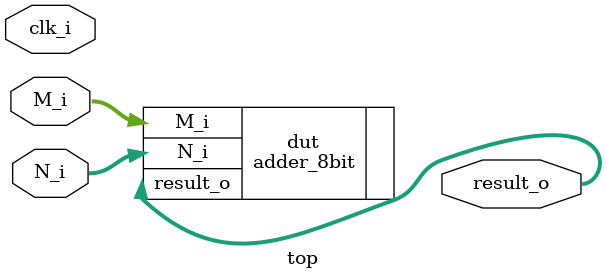
<source format=sv>
/* verilator lint_off UNUSED */
module top (
	//inputs
	input logic clk_i,
	input logic [7:0] M_i,
	input logic [7:0] N_i,
	//outputs
	output logic [8:0] result_o
);
    adder_8bit dut (
    	.M_i      (M_i),
    	.N_i      (N_i),
    	.result_o (result_o)
    );
endmodule : top

</source>
